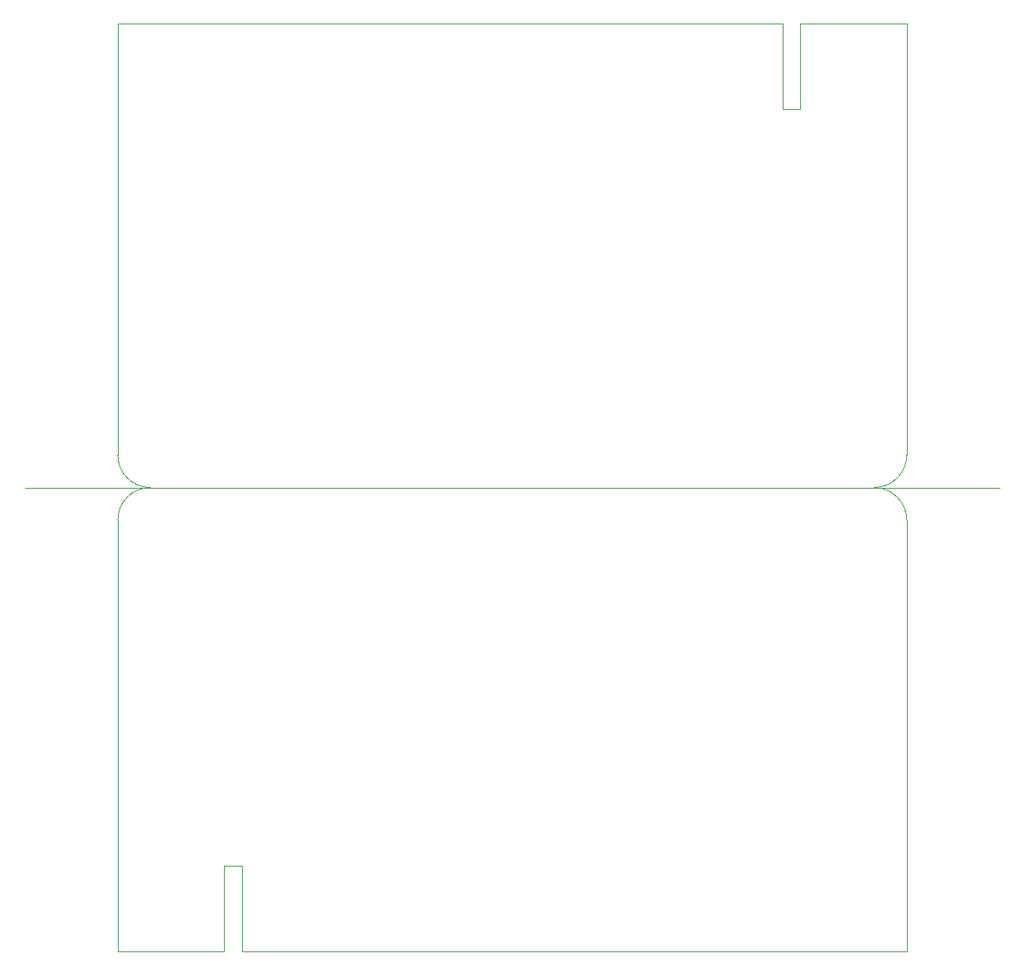
<source format=gm1>
G04 #@! TF.GenerationSoftware,KiCad,Pcbnew,(5.1.4)-1*
G04 #@! TF.CreationDate,2019-12-04T01:37:39+09:00*
G04 #@! TF.ProjectId,CAN_Dual_MDexpress,43414e5f-4475-4616-9c5f-4d4465787072,rev?*
G04 #@! TF.SameCoordinates,Original*
G04 #@! TF.FileFunction,Profile,NP*
%FSLAX46Y46*%
G04 Gerber Fmt 4.6, Leading zero omitted, Abs format (unit mm)*
G04 Created by KiCad (PCBNEW (5.1.4)-1) date 2019-12-04 01:37:39*
%MOMM*%
%LPD*%
G04 APERTURE LIST*
%ADD10C,0.050000*%
%ADD11C,0.120000*%
G04 APERTURE END LIST*
D10*
X133373000Y-135000000D02*
X205000000Y-135000000D01*
X120000000Y-135000000D02*
X131468000Y-135000000D01*
X120000000Y-35000000D02*
X191627000Y-35000000D01*
X191627000Y-44228000D02*
X191627000Y-35000000D01*
X123500000Y-85000000D02*
G75*
G02X120000000Y-81500000I0J3500000D01*
G01*
X120000000Y-81500000D02*
X120000000Y-35000000D01*
X205000000Y-81500000D02*
X205000000Y-35000000D01*
X205000000Y-81500000D02*
G75*
G02X201500000Y-85000000I-3500000J0D01*
G01*
X193532000Y-35000000D02*
X205000000Y-35000000D01*
X193532000Y-35000000D02*
X193532000Y-44228000D01*
X193532000Y-44228000D02*
X191627000Y-44228000D01*
D11*
X110000000Y-85000000D02*
X215000000Y-85000000D01*
D10*
X120000000Y-88500000D02*
G75*
G02X123500000Y-85000000I3500000J0D01*
G01*
X201500000Y-85000000D02*
G75*
G02X205000000Y-88500000I0J-3500000D01*
G01*
X133373000Y-125772000D02*
X133373000Y-135000000D01*
X131468000Y-125772000D02*
X133373000Y-125772000D01*
X131468000Y-135000000D02*
X131468000Y-125772000D01*
X120000000Y-88500000D02*
X120000000Y-135000000D01*
X205000000Y-88500000D02*
X205000000Y-135000000D01*
M02*

</source>
